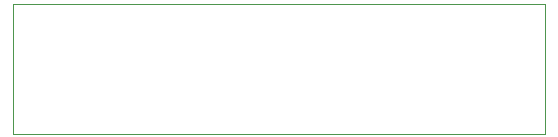
<source format=gko>
G04*
G04 #@! TF.GenerationSoftware,Altium Limited,Altium Designer,22.4.2 (48)*
G04*
G04 Layer_Color=16711935*
%FSLAX25Y25*%
%MOIN*%
G70*
G04*
G04 #@! TF.SameCoordinates,3B532130-91F3-4BA7-A02C-12DA98C8FE5B*
G04*
G04*
G04 #@! TF.FilePolarity,Positive*
G04*
G01*
G75*
%ADD14C,0.00100*%
D14*
X177165D01*
Y43307D01*
X0D02*
X177165D01*
X0Y0D02*
Y43307D01*
M02*

</source>
